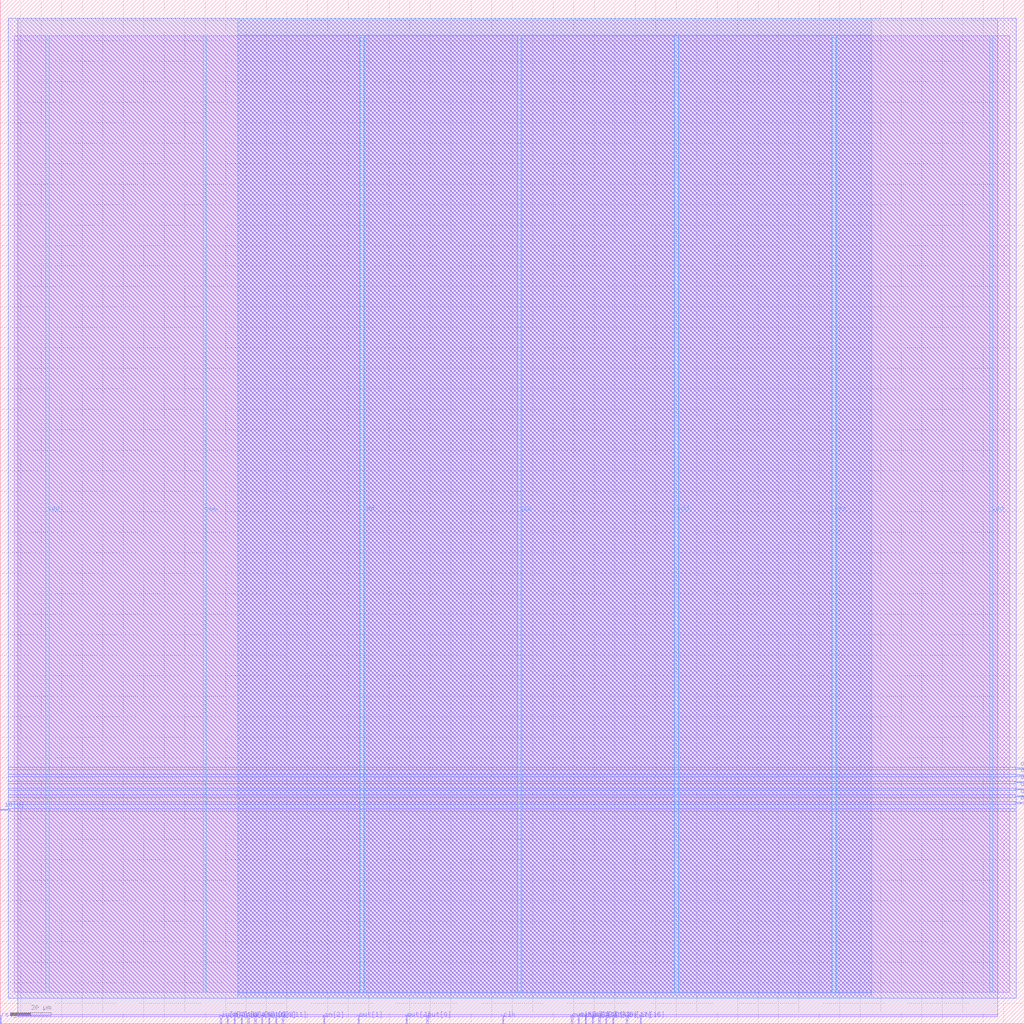
<source format=lef>
VERSION 5.7 ;
  NOWIREEXTENSIONATPIN ON ;
  DIVIDERCHAR "/" ;
  BUSBITCHARS "[]" ;
MACRO unigate
  CLASS BLOCK ;
  FOREIGN unigate ;
  ORIGIN 0.000 0.000 ;
  SIZE 500.000 BY 500.000 ;
  PIN clk
    DIRECTION INPUT ;
    USE SIGNAL ;
    ANTENNAGATEAREA 4.738000 ;
    ANTENNADIFFAREA 0.410400 ;
    PORT
      LAYER Metal2 ;
        RECT 245.280 0.000 245.840 4.000 ;
    END
  END clk
  PIN in[0]
    DIRECTION INPUT ;
    USE SIGNAL ;
    ANTENNAGATEAREA 0.741000 ;
    ANTENNADIFFAREA 0.410400 ;
    PORT
      LAYER Metal3 ;
        RECT 0.000 104.160 4.000 104.720 ;
    END
  END in[0]
  PIN in[10]
    DIRECTION INPUT ;
    USE SIGNAL ;
    ANTENNAGATEAREA 0.741000 ;
    ANTENNADIFFAREA 0.410400 ;
    PORT
      LAYER Metal2 ;
        RECT 127.680 0.000 128.240 4.000 ;
    END
  END in[10]
  PIN in[11]
    DIRECTION INPUT ;
    USE SIGNAL ;
    ANTENNAGATEAREA 0.726000 ;
    ANTENNADIFFAREA 0.410400 ;
    PORT
      LAYER Metal2 ;
        RECT 137.760 0.000 138.320 4.000 ;
    END
  END in[11]
  PIN in[12]
    DIRECTION INPUT ;
    USE SIGNAL ;
    ANTENNAGATEAREA 0.741000 ;
    ANTENNADIFFAREA 0.410400 ;
    PORT
      LAYER Metal2 ;
        RECT 292.320 0.000 292.880 4.000 ;
    END
  END in[12]
  PIN in[13]
    DIRECTION INPUT ;
    USE SIGNAL ;
    ANTENNAGATEAREA 0.741000 ;
    ANTENNADIFFAREA 0.410400 ;
    PORT
      LAYER Metal2 ;
        RECT 288.960 0.000 289.520 4.000 ;
    END
  END in[13]
  PIN in[14]
    DIRECTION INPUT ;
    USE SIGNAL ;
    ANTENNAGATEAREA 0.498500 ;
    ANTENNADIFFAREA 0.410400 ;
    PORT
      LAYER Metal2 ;
        RECT 295.680 0.000 296.240 4.000 ;
    END
  END in[14]
  PIN in[15]
    DIRECTION INPUT ;
    USE SIGNAL ;
    ANTENNAGATEAREA 0.741000 ;
    ANTENNADIFFAREA 0.410400 ;
    PORT
      LAYER Metal2 ;
        RECT 299.040 0.000 299.600 4.000 ;
    END
  END in[15]
  PIN in[16]
    DIRECTION INPUT ;
    USE SIGNAL ;
    ANTENNAGATEAREA 0.741000 ;
    ANTENNADIFFAREA 0.410400 ;
    PORT
      LAYER Metal2 ;
        RECT 312.480 0.000 313.040 4.000 ;
    END
  END in[16]
  PIN in[17]
    DIRECTION INPUT ;
    USE SIGNAL ;
    ANTENNAGATEAREA 0.498500 ;
    ANTENNADIFFAREA 0.410400 ;
    PORT
      LAYER Metal2 ;
        RECT 305.760 0.000 306.320 4.000 ;
    END
  END in[17]
  PIN in[1]
    DIRECTION INPUT ;
    USE SIGNAL ;
    ANTENNAGATEAREA 0.726000 ;
    ANTENNADIFFAREA 0.410400 ;
    PORT
      LAYER Metal2 ;
        RECT 114.240 0.000 114.800 4.000 ;
    END
  END in[1]
  PIN in[2]
    DIRECTION INPUT ;
    USE SIGNAL ;
    ANTENNAGATEAREA 0.726000 ;
    ANTENNADIFFAREA 0.410400 ;
    PORT
      LAYER Metal2 ;
        RECT 157.920 0.000 158.480 4.000 ;
    END
  END in[2]
  PIN in[3]
    DIRECTION INPUT ;
    USE SIGNAL ;
    ANTENNAGATEAREA 0.498500 ;
    ANTENNADIFFAREA 0.410400 ;
    PORT
      LAYER Metal2 ;
        RECT 134.400 0.000 134.960 4.000 ;
    END
  END in[3]
  PIN in[4]
    DIRECTION INPUT ;
    USE SIGNAL ;
    ANTENNAGATEAREA 0.726000 ;
    ANTENNADIFFAREA 0.410400 ;
    PORT
      LAYER Metal2 ;
        RECT 120.960 0.000 121.520 4.000 ;
    END
  END in[4]
  PIN in[5]
    DIRECTION INPUT ;
    USE SIGNAL ;
    ANTENNAGATEAREA 0.741000 ;
    ANTENNADIFFAREA 0.410400 ;
    PORT
      LAYER Metal2 ;
        RECT 124.320 0.000 124.880 4.000 ;
    END
  END in[5]
  PIN in[6]
    DIRECTION INPUT ;
    USE SIGNAL ;
    ANTENNAGATEAREA 0.498500 ;
    ANTENNADIFFAREA 0.410400 ;
    PORT
      LAYER Metal2 ;
        RECT 107.520 0.000 108.080 4.000 ;
    END
  END in[6]
  PIN in[7]
    DIRECTION INPUT ;
    USE SIGNAL ;
    ANTENNAGATEAREA 0.498500 ;
    ANTENNADIFFAREA 0.410400 ;
    PORT
      LAYER Metal2 ;
        RECT 110.880 0.000 111.440 4.000 ;
    END
  END in[7]
  PIN in[8]
    DIRECTION INPUT ;
    USE SIGNAL ;
    ANTENNAGATEAREA 0.741000 ;
    ANTENNADIFFAREA 0.410400 ;
    PORT
      LAYER Metal2 ;
        RECT 117.600 0.000 118.160 4.000 ;
    END
  END in[8]
  PIN in[9]
    DIRECTION INPUT ;
    USE SIGNAL ;
    ANTENNAGATEAREA 0.741000 ;
    ANTENNADIFFAREA 0.410400 ;
    PORT
      LAYER Metal2 ;
        RECT 131.040 0.000 131.600 4.000 ;
    END
  END in[9]
  PIN out[0]
    DIRECTION OUTPUT TRISTATE ;
    USE SIGNAL ;
    ANTENNADIFFAREA 4.731200 ;
    PORT
      LAYER Metal2 ;
        RECT 208.320 0.000 208.880 4.000 ;
    END
  END out[0]
  PIN out[10]
    DIRECTION OUTPUT TRISTATE ;
    USE SIGNAL ;
    ANTENNADIFFAREA 4.731200 ;
    PORT
      LAYER Metal3 ;
        RECT 496.000 107.520 500.000 108.080 ;
    END
  END out[10]
  PIN out[11]
    DIRECTION OUTPUT TRISTATE ;
    USE SIGNAL ;
    ANTENNADIFFAREA 4.731200 ;
    PORT
      LAYER Metal3 ;
        RECT 496.000 110.880 500.000 111.440 ;
    END
  END out[11]
  PIN out[1]
    DIRECTION OUTPUT TRISTATE ;
    USE SIGNAL ;
    ANTENNADIFFAREA 4.731200 ;
    PORT
      LAYER Metal2 ;
        RECT 174.720 0.000 175.280 4.000 ;
    END
  END out[1]
  PIN out[2]
    DIRECTION OUTPUT TRISTATE ;
    USE SIGNAL ;
    ANTENNADIFFAREA 4.731200 ;
    PORT
      LAYER Metal2 ;
        RECT 198.240 0.000 198.800 4.000 ;
    END
  END out[2]
  PIN out[3]
    DIRECTION OUTPUT TRISTATE ;
    USE SIGNAL ;
    ANTENNADIFFAREA 4.731200 ;
    PORT
      LAYER Metal2 ;
        RECT 285.600 0.000 286.160 4.000 ;
    END
  END out[3]
  PIN out[4]
    DIRECTION OUTPUT TRISTATE ;
    USE SIGNAL ;
    ANTENNADIFFAREA 4.731200 ;
    PORT
      LAYER Metal2 ;
        RECT 282.240 0.000 282.800 4.000 ;
    END
  END out[4]
  PIN out[5]
    DIRECTION OUTPUT TRISTATE ;
    USE SIGNAL ;
    ANTENNADIFFAREA 4.731200 ;
    PORT
      LAYER Metal2 ;
        RECT 278.880 0.000 279.440 4.000 ;
    END
  END out[5]
  PIN out[6]
    DIRECTION OUTPUT TRISTATE ;
    USE SIGNAL ;
    ANTENNADIFFAREA 4.731200 ;
    PORT
      LAYER Metal3 ;
        RECT 496.000 124.320 500.000 124.880 ;
    END
  END out[6]
  PIN out[7]
    DIRECTION OUTPUT TRISTATE ;
    USE SIGNAL ;
    ANTENNADIFFAREA 4.731200 ;
    PORT
      LAYER Metal3 ;
        RECT 496.000 117.600 500.000 118.160 ;
    END
  END out[7]
  PIN out[8]
    DIRECTION OUTPUT TRISTATE ;
    USE SIGNAL ;
    ANTENNADIFFAREA 4.731200 ;
    PORT
      LAYER Metal3 ;
        RECT 496.000 120.960 500.000 121.520 ;
    END
  END out[8]
  PIN out[9]
    DIRECTION OUTPUT TRISTATE ;
    USE SIGNAL ;
    ANTENNADIFFAREA 4.731200 ;
    PORT
      LAYER Metal3 ;
        RECT 496.000 114.240 500.000 114.800 ;
    END
  END out[9]
  PIN rst_n
    DIRECTION INPUT ;
    USE SIGNAL ;
    PORT
      LAYER Metal2 ;
        RECT 0.000 0.000 0.560 4.000 ;
    END
  END rst_n
  PIN vdd
    DIRECTION INOUT ;
    USE POWER ;
    PORT
      LAYER Metal4 ;
        RECT 22.240 15.380 23.840 482.460 ;
    END
    PORT
      LAYER Metal4 ;
        RECT 175.840 15.380 177.440 482.460 ;
    END
    PORT
      LAYER Metal4 ;
        RECT 329.440 15.380 331.040 482.460 ;
    END
    PORT
      LAYER Metal4 ;
        RECT 483.040 15.380 484.640 482.460 ;
    END
  END vdd
  PIN vss
    DIRECTION INOUT ;
    USE GROUND ;
    PORT
      LAYER Metal4 ;
        RECT 99.040 15.380 100.640 482.460 ;
    END
    PORT
      LAYER Metal4 ;
        RECT 252.640 15.380 254.240 482.460 ;
    END
    PORT
      LAYER Metal4 ;
        RECT 406.240 15.380 407.840 482.460 ;
    END
  END vss
  OBS
      LAYER Metal1 ;
        RECT 6.720 15.380 492.800 482.460 ;
      LAYER Metal2 ;
        RECT 8.540 4.300 487.060 491.030 ;
        RECT 8.540 3.500 107.220 4.300 ;
        RECT 108.380 3.500 110.580 4.300 ;
        RECT 111.740 3.500 113.940 4.300 ;
        RECT 115.100 3.500 117.300 4.300 ;
        RECT 118.460 3.500 120.660 4.300 ;
        RECT 121.820 3.500 124.020 4.300 ;
        RECT 125.180 3.500 127.380 4.300 ;
        RECT 128.540 3.500 130.740 4.300 ;
        RECT 131.900 3.500 134.100 4.300 ;
        RECT 135.260 3.500 137.460 4.300 ;
        RECT 138.620 3.500 157.620 4.300 ;
        RECT 158.780 3.500 174.420 4.300 ;
        RECT 175.580 3.500 197.940 4.300 ;
        RECT 199.100 3.500 208.020 4.300 ;
        RECT 209.180 3.500 244.980 4.300 ;
        RECT 246.140 3.500 278.580 4.300 ;
        RECT 279.740 3.500 281.940 4.300 ;
        RECT 283.100 3.500 285.300 4.300 ;
        RECT 286.460 3.500 288.660 4.300 ;
        RECT 289.820 3.500 292.020 4.300 ;
        RECT 293.180 3.500 295.380 4.300 ;
        RECT 296.540 3.500 298.740 4.300 ;
        RECT 299.900 3.500 305.460 4.300 ;
        RECT 306.620 3.500 312.180 4.300 ;
        RECT 313.340 3.500 487.060 4.300 ;
      LAYER Metal3 ;
        RECT 4.000 125.180 496.000 490.980 ;
        RECT 4.000 124.020 495.700 125.180 ;
        RECT 4.000 121.820 496.000 124.020 ;
        RECT 4.000 120.660 495.700 121.820 ;
        RECT 4.000 118.460 496.000 120.660 ;
        RECT 4.000 117.300 495.700 118.460 ;
        RECT 4.000 115.100 496.000 117.300 ;
        RECT 4.000 113.940 495.700 115.100 ;
        RECT 4.000 111.740 496.000 113.940 ;
        RECT 4.000 110.580 495.700 111.740 ;
        RECT 4.000 108.380 496.000 110.580 ;
        RECT 4.000 107.220 495.700 108.380 ;
        RECT 4.000 105.020 496.000 107.220 ;
        RECT 4.300 103.860 496.000 105.020 ;
        RECT 4.000 12.460 496.000 103.860 ;
      LAYER Metal4 ;
        RECT 116.060 482.760 425.460 491.030 ;
        RECT 116.060 15.080 175.540 482.760 ;
        RECT 177.740 15.080 252.340 482.760 ;
        RECT 254.540 15.080 329.140 482.760 ;
        RECT 331.340 15.080 405.940 482.760 ;
        RECT 408.140 15.080 425.460 482.760 ;
        RECT 116.060 12.410 425.460 15.080 ;
  END
END unigate
END LIBRARY


</source>
